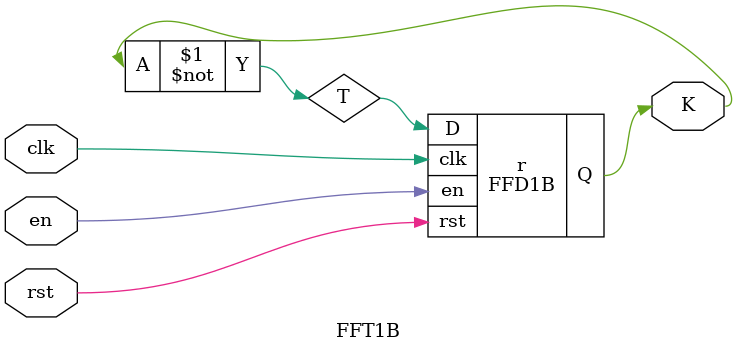
<source format=v>
module FFD1B (input wire clk, rst, en,
            input wire D, 
            output reg Q);
            always @ (posedge clk or posedge rst) begin
            if (rst) begin
            Q <= 1'b0;
            end
            else if(en) begin
            Q <= D;
            end
            end
endmodule

module FFT1B(input wire clk, rst, en,
             output wire K);
      wire T; 
      not (T, K);
      FFD1B r(clk, rst, en, T, K);
endmodule
</source>
